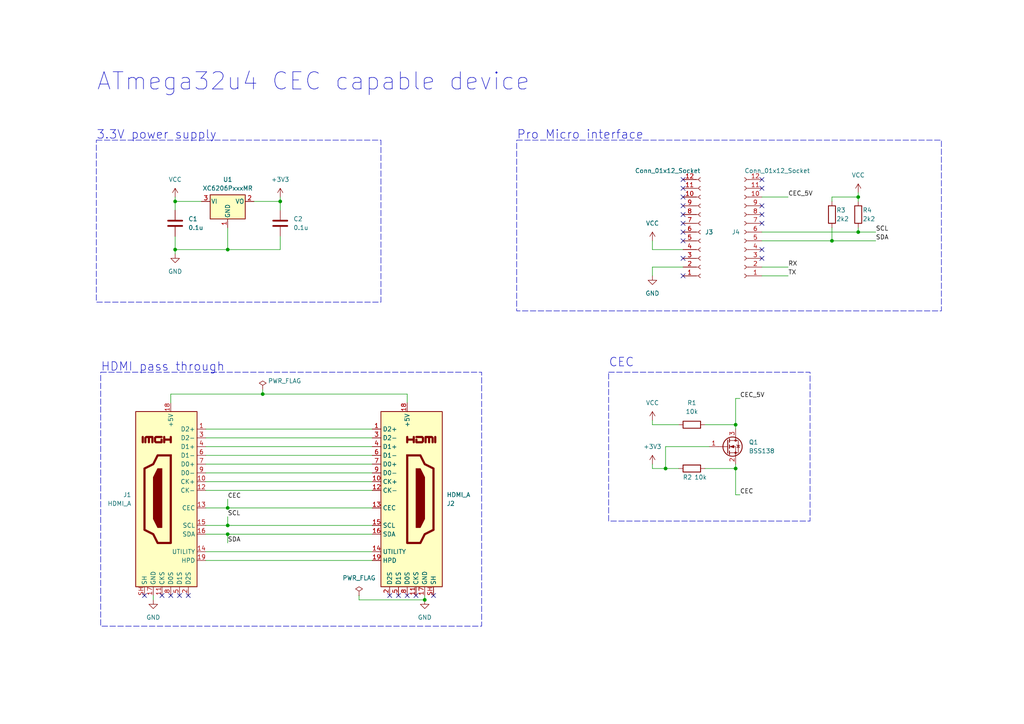
<source format=kicad_sch>
(kicad_sch (version 20230121) (generator eeschema)
  (paper "A4")
  (title_block (title "ATmega32u4 CEC capable device") (date "2024-03-19") (rev "0.1"))
  (lib_symbols
    (symbol "Connector:Conn_01x12_Socket" (pin_names (offset 1.016) hide)
      (property "Reference" "J" (at 0 15.24 0))
      (property "Value" "Conn_01x12_Socket" (at 0 -17.78 0))
      (symbol "Conn_01x12_Socket_1_1"
        (arc (start 0 -14.732) (mid -0.5058 -15.24) (end 0 -15.748) (stroke (width 0.1524)))
        (arc (start 0 -12.192) (mid -0.5058 -12.7) (end 0 -13.208) (stroke (width 0.1524)))
        (arc (start 0 -9.652) (mid -0.5058 -10.16) (end 0 -10.668) (stroke (width 0.1524)))
        (arc (start 0 -7.112) (mid -0.5058 -7.62) (end 0 -8.128) (stroke (width 0.1524)))
        (arc (start 0 -4.572) (mid -0.5058 -5.08) (end 0 -5.588) (stroke (width 0.1524)))
        (arc (start 0 -2.032) (mid -0.5058 -2.54) (end 0 -3.048) (stroke (width 0.1524)))
        (polyline (pts (xy -1.27 -15.24) (xy -0.508 -15.24)) (stroke (width 0.1524)))
        (polyline (pts (xy -1.27 -12.7) (xy -0.508 -12.7)) (stroke (width 0.1524)))
        (polyline (pts (xy -1.27 -10.16) (xy -0.508 -10.16)) (stroke (width 0.1524)))
        (polyline (pts (xy -1.27 -7.62) (xy -0.508 -7.62)) (stroke (width 0.1524)))
        (polyline (pts (xy -1.27 -5.08) (xy -0.508 -5.08)) (stroke (width 0.1524)))
        (polyline (pts (xy -1.27 -2.54) (xy -0.508 -2.54)) (stroke (width 0.1524)))
        (polyline (pts (xy -1.27 0) (xy -0.508 0)) (stroke (width 0.1524)))
        (polyline (pts (xy -1.27 2.54) (xy -0.508 2.54)) (stroke (width 0.1524)))
        (polyline (pts (xy -1.27 5.08) (xy -0.508 5.08)) (stroke (width 0.1524)))
        (polyline (pts (xy -1.27 7.62) (xy -0.508 7.62)) (stroke (width 0.1524)))
        (polyline (pts (xy -1.27 10.16) (xy -0.508 10.16)) (stroke (width 0.1524)))
        (polyline (pts (xy -1.27 12.7) (xy -0.508 12.7)) (stroke (width 0.1524)))
        (arc (start 0 0.508) (mid -0.5058 0) (end 0 -0.508) (stroke (width 0.1524)))
        (arc (start 0 3.048) (mid -0.5058 2.54) (end 0 2.032) (stroke (width 0.1524)))
        (arc (start 0 5.588) (mid -0.5058 5.08) (end 0 4.572) (stroke (width 0.1524)))
        (arc (start 0 8.128) (mid -0.5058 7.62) (end 0 7.112) (stroke (width 0.1524)))
        (arc (start 0 10.668) (mid -0.5058 10.16) (end 0 9.652) (stroke (width 0.1524)))
        (arc (start 0 13.208) (mid -0.5058 12.7) (end 0 12.192) (stroke (width 0.1524)))
        (pin passive line (at -5.08 12.7 0) (length 3.81) (name "Pin_1") (number "1"))
        (pin passive line (at -5.08 -10.16 0) (length 3.81) (name "Pin_10") (number "10"))
        (pin passive line (at -5.08 -12.7 0) (length 3.81) (name "Pin_11") (number "11"))
        (pin passive line (at -5.08 -15.24 0) (length 3.81) (name "Pin_12") (number "12"))
        (pin passive line (at -5.08 10.16 0) (length 3.81) (name "Pin_2") (number "2"))
        (pin passive line (at -5.08 7.62 0) (length 3.81) (name "Pin_3") (number "3"))
        (pin passive line (at -5.08 5.08 0) (length 3.81) (name "Pin_4") (number "4"))
        (pin passive line (at -5.08 2.54 0) (length 3.81) (name "Pin_5") (number "5"))
        (pin passive line (at -5.08 0 0) (length 3.81) (name "Pin_6") (number "6"))
        (pin passive line (at -5.08 -2.54 0) (length 3.81) (name "Pin_7") (number "7"))
        (pin passive line (at -5.08 -5.08 0) (length 3.81) (name "Pin_8") (number "8"))
        (pin passive line (at -5.08 -7.62 0) (length 3.81) (name "Pin_9") (number "9"))
      )
    )
    (symbol "Connector:HDMI_A"
      (property "Reference" "J" (at -6.35 26.67 0))
      (property "Value" "HDMI_A" (at 10.16 26.67 0))
      (symbol "HDMI_A_0_0"
        (polyline (pts (xy 8.128 16.51) (xy 8.128 18.034)) (stroke (width 0.635)))
        (polyline (pts (xy 0 16.51) (xy 0 18.034) (xy 0 17.272) (xy 1.905 17.272) (xy 1.905 18.034) (xy 1.905 16.51)) (stroke (width 0.635)))
        (polyline (pts (xy 2.667 18.034) (xy 4.318 18.034) (xy 4.572 17.78) (xy 4.572 16.764) (xy 4.318 16.51) (xy 2.667 16.51) (xy 2.667 17.272)) (stroke (width 0.635)))
      )
      (symbol "HDMI_A_0_1"
        (rectangle (start -7.62 25.4) (end 10.16 -25.4) (stroke (width 0.254)) (fill (type background)))
        (polyline (pts (xy 2.54 8.89) (xy 3.81 8.89) (xy 5.08 6.35) (xy 5.08 -5.715) (xy 3.81 -8.255) (xy 2.54 -8.255) (xy 2.54 8.89)) (fill (type outline)))
        (polyline (pts (xy 5.334 16.51) (xy 5.334 18.034) (xy 6.35 18.034) (xy 6.35 16.51) (xy 6.35 18.034) (xy 7.112 18.034) (xy 7.366 17.78) (xy 7.366 16.51)) (stroke (width 0.635)))
        (polyline (pts (xy 0 12.7) (xy 0 -12.7) (xy 3.81 -12.7) (xy 5.08 -10.16) (xy 7.62 -8.89) (xy 7.62 8.89) (xy 5.08 10.16) (xy 3.81 12.7) (xy 0 12.7)) (stroke (width 0.635)))
      )
      (symbol "HDMI_A_1_1"
        (pin passive line (at -10.16 20.32 0) (length 2.54) (name "D2+") (number "1"))
        (pin passive line (at -10.16 5.08 0) (length 2.54) (name "CK+") (number "10"))
        (pin power_in line (at 2.54 -27.94 90) (length 2.54) (name "CKS") (number "11"))
        (pin passive line (at -10.16 2.54 0) (length 2.54) (name "CK-") (number "12"))
        (pin bidirectional line (at -10.16 -2.54 0) (length 2.54) (name "CEC") (number "13"))
        (pin passive line (at -10.16 -15.24 0) (length 2.54) (name "UTILITY") (number "14"))
        (pin passive line (at -10.16 -7.62 0) (length 2.54) (name "SCL") (number "15"))
        (pin bidirectional line (at -10.16 -10.16 0) (length 2.54) (name "SDA") (number "16"))
        (pin power_in line (at 5.08 -27.94 90) (length 2.54) (name "GND") (number "17"))
        (pin power_in line (at 0 27.94 270) (length 2.54) (name "+5V") (number "18"))
        (pin passive line (at -10.16 -17.78 0) (length 2.54) (name "HPD") (number "19"))
        (pin power_in line (at -5.08 -27.94 90) (length 2.54) (name "D2S") (number "2"))
        (pin passive line (at -10.16 17.78 0) (length 2.54) (name "D2-") (number "3"))
        (pin passive line (at -10.16 15.24 0) (length 2.54) (name "D1+") (number "4"))
        (pin power_in line (at -2.54 -27.94 90) (length 2.54) (name "D1S") (number "5"))
        (pin passive line (at -10.16 12.7 0) (length 2.54) (name "D1-") (number "6"))
        (pin passive line (at -10.16 10.16 0) (length 2.54) (name "D0+") (number "7"))
        (pin power_in line (at 0 -27.94 90) (length 2.54) (name "D0S") (number "8"))
        (pin passive line (at -10.16 7.62 0) (length 2.54) (name "D0-") (number "9"))
        (pin passive line (at 7.62 -27.94 90) (length 2.54) (name "SH") (number "SH"))
      )
    )
    (symbol "Device:C" (pin_numbers hide) (pin_names (offset 0.254))
      (property "Reference" "C" (at 0.635 2.54 0))
      (property "Value" "C" (at 0.635 -2.54 0))
      (symbol "C_0_1"
        (polyline (pts (xy -2.032 -0.762) (xy 2.032 -0.762)) (stroke (width 0.508)))
        (polyline (pts (xy -2.032 0.762) (xy 2.032 0.762)) (stroke (width 0.508)))
      )
      (symbol "C_1_1"
        (pin passive line (at 0 3.81 270) (length 2.794) (name "~") (number "1"))
        (pin passive line (at 0 -3.81 90) (length 2.794) (name "~") (number "2"))
      )
    )
    (symbol "Device:R" (pin_numbers hide) (pin_names (offset 0))
      (property "Reference" "R" (at 2.032 0 90))
      (property "Value" "R" (at 0 0 90))
      (symbol "R_0_1"
        (rectangle (start -1.016 -2.54) (end 1.016 2.54) (stroke (width 0.254)))
      )
      (symbol "R_1_1"
        (pin passive line (at 0 3.81 270) (length 1.27) (name "~") (number "1"))
        (pin passive line (at 0 -3.81 90) (length 1.27) (name "~") (number "2"))
      )
    )
    (symbol "Regulator_Linear:XC6206PxxxMR" (pin_names (offset 0.254))
      (property "Reference" "U" (at -3.81 3.175 0))
      (property "Value" "XC6206PxxxMR" (at 0 3.175 0))
      (symbol "XC6206PxxxMR_0_1"
        (rectangle (start -5.08 1.905) (end 5.08 -5.08) (stroke (width 0.254)) (fill (type background)))
      )
      (symbol "XC6206PxxxMR_1_1"
        (pin power_in line (at 0 -7.62 90) (length 2.54) (name "GND") (number "1"))
        (pin power_out line (at 7.62 0 180) (length 2.54) (name "VO") (number "2"))
        (pin power_in line (at -7.62 0 0) (length 2.54) (name "VI") (number "3"))
      )
    )
    (symbol "Transistor_FET:BSS138" (pin_names hide)
      (property "Reference" "Q" (at 5.08 1.905 0))
      (property "Value" "BSS138" (at 5.08 0 0))
      (symbol "BSS138_0_1"
        (polyline (pts (xy 0.254 0) (xy -2.54 0)))
        (polyline (pts (xy 0.254 1.905) (xy 0.254 -1.905)) (stroke (width 0.254)))
        (polyline (pts (xy 0.762 -1.27) (xy 0.762 -2.286)) (stroke (width 0.254)))
        (polyline (pts (xy 0.762 0.508) (xy 0.762 -0.508)) (stroke (width 0.254)))
        (polyline (pts (xy 0.762 2.286) (xy 0.762 1.27)) (stroke (width 0.254)))
        (polyline (pts (xy 2.54 2.54) (xy 2.54 1.778)))
        (polyline (pts (xy 2.54 -2.54) (xy 2.54 0) (xy 0.762 0)))
        (polyline (pts (xy 0.762 -1.778) (xy 3.302 -1.778) (xy 3.302 1.778) (xy 0.762 1.778)))
        (polyline (pts (xy 1.016 0) (xy 2.032 0.381) (xy 2.032 -0.381) (xy 1.016 0)) (fill (type outline)))
        (polyline (pts (xy 2.794 0.508) (xy 2.921 0.381) (xy 3.683 0.381) (xy 3.81 0.254)))
        (polyline (pts (xy 3.302 0.381) (xy 2.921 -0.254) (xy 3.683 -0.254) (xy 3.302 0.381)))
        (circle (center 1.651 0) (radius 2.794) (stroke (width 0.254)))
        (circle (center 2.54 -1.778) (radius 0.254) (fill (type outline)))
        (circle (center 2.54 1.778) (radius 0.254) (fill (type outline)))
      )
      (symbol "BSS138_1_1"
        (pin input line (at -5.08 0 0) (length 2.54) (name "G") (number "1"))
        (pin passive line (at 2.54 -5.08 90) (length 2.54) (name "S") (number "2"))
        (pin passive line (at 2.54 5.08 270) (length 2.54) (name "D") (number "3"))
      )
    )
    (symbol "power:+3V3" (power) (pin_names (offset 0))
      (property "Value" "+3V3" (at 0 3.556 0))
      (symbol "+3V3_0_1"
        (polyline (pts (xy -0.762 1.27) (xy 0 2.54)))
        (polyline (pts (xy 0 0) (xy 0 2.54)))
        (polyline (pts (xy 0 2.54) (xy 0.762 1.27)))
      )
      (symbol "+3V3_1_1"
        (pin power_in line (at 0 0 90) (length 0) hide (name "+3V3") (number "1"))
      )
    )
    (symbol "power:GND" (power) (pin_names (offset 0))
      (property "Value" "GND" (at 0 -3.81 0))
      (symbol "GND_0_1"
        (polyline (pts (xy 0 0) (xy 0 -1.27) (xy 1.27 -1.27) (xy 0 -2.54) (xy -1.27 -1.27) (xy 0 -1.27)))
      )
      (symbol "GND_1_1"
        (pin power_in line (at 0 0 270) (length 0) hide (name "GND") (number "1"))
      )
    )
    (symbol "power:PWR_FLAG" (power) (pin_numbers hide) (pin_names (offset 0) hide)
      (property "Value" "PWR_FLAG" (at 0 3.81 0))
      (symbol "PWR_FLAG_0_0"
        (pin power_out line (at 0 0 90) (length 0) (name "pwr") (number "1"))
      )
      (symbol "PWR_FLAG_0_1"
        (polyline (pts (xy 0 0) (xy 0 1.27) (xy -1.016 1.905) (xy 0 2.54) (xy 1.016 1.905) (xy 0 1.27)))
      )
    )
    (symbol "power:VCC" (power) (pin_names (offset 0))
      (property "Value" "VCC" (at 0 3.81 0))
      (symbol "VCC_0_1"
        (polyline (pts (xy -0.762 1.27) (xy 0 2.54)))
        (polyline (pts (xy 0 0) (xy 0 2.54)))
        (polyline (pts (xy 0 2.54) (xy 0.762 1.27)))
      )
      (symbol "VCC_1_1"
        (pin power_in line (at 0 0 90) (length 0) hide (name "VCC") (number "1"))
      )
    )
  )
  (junction (at 66.04 154.94))
  (junction (at 241.3 69.85))
  (junction (at 193.04 135.89))
  (junction (at 66.04 147.32))
  (junction (at 213.36 135.89))
  (junction (at 123.19 173.99))
  (junction (at 66.04 72.39))
  (junction (at 50.8 58.42))
  (junction (at 76.2 114.3))
  (junction (at 81.28 58.42))
  (junction (at 50.8 72.39))
  (junction (at 248.92 57.15))
  (junction (at 248.92 67.31))
  (junction (at 213.36 123.19))
  (junction (at 66.04 152.4))
  (no_connect (at 198.12 62.23))
  (no_connect (at 198.12 80.01))
  (no_connect (at 52.07 172.72))
  (no_connect (at 198.12 67.31))
  (no_connect (at 198.12 74.93))
  (no_connect (at 54.61 172.72))
  (no_connect (at 198.12 54.61))
  (no_connect (at 41.91 172.72))
  (no_connect (at 220.98 54.61))
  (no_connect (at 220.98 52.07))
  (no_connect (at 198.12 69.85))
  (no_connect (at 220.98 59.69))
  (no_connect (at 125.73 172.72))
  (no_connect (at 115.57 172.72))
  (no_connect (at 220.98 72.39))
  (no_connect (at 198.12 57.15))
  (no_connect (at 220.98 64.77))
  (no_connect (at 220.98 74.93))
  (no_connect (at 198.12 64.77))
  (no_connect (at 113.03 172.72))
  (no_connect (at 198.12 52.07))
  (no_connect (at 49.53 172.72))
  (no_connect (at 120.65 172.72))
  (no_connect (at 220.98 62.23))
  (no_connect (at 198.12 59.69))
  (no_connect (at 118.11 172.72))
  (no_connect (at 46.99 172.72))
  (wire (pts (xy 220.98 77.47) (xy 228.6 77.47)))
  (wire (pts (xy 213.36 123.19) (xy 213.36 124.46)))
  (wire (pts (xy 59.69 154.94) (xy 66.04 154.94)))
  (wire (pts (xy 104.14 172.72) (xy 104.14 173.99)))
  (wire (pts (xy 66.04 147.32) (xy 107.95 147.32)))
  (wire (pts (xy 213.36 135.89) (xy 213.36 143.51)))
  (wire (pts (xy 189.23 134.62) (xy 189.23 135.89)))
  (wire (pts (xy 248.92 66.04) (xy 248.92 67.31)))
  (wire (pts (xy 50.8 68.58) (xy 50.8 72.39)))
  (wire (pts (xy 123.19 172.72) (xy 123.19 173.99)))
  (wire (pts (xy 213.36 143.51) (xy 214.63 143.51)))
  (wire (pts (xy 44.45 172.72) (xy 44.45 173.99)))
  (wire (pts (xy 193.04 129.54) (xy 193.04 135.89)))
  (wire (pts (xy 241.3 69.85) (xy 254 69.85)))
  (wire (pts (xy 118.11 114.3) (xy 118.11 116.84)))
  (wire (pts (xy 204.47 135.89) (xy 213.36 135.89)))
  (wire (pts (xy 59.69 160.02) (xy 107.95 160.02)))
  (wire (pts (xy 50.8 58.42) (xy 50.8 60.96)))
  (wire (pts (xy 214.63 115.57) (xy 213.36 115.57)))
  (wire (pts (xy 66.04 152.4) (xy 107.95 152.4)))
  (wire (pts (xy 241.3 66.04) (xy 241.3 69.85)))
  (wire (pts (xy 59.69 152.4) (xy 66.04 152.4)))
  (wire (pts (xy 59.69 134.62) (xy 107.95 134.62)))
  (wire (pts (xy 58.42 58.42) (xy 50.8 58.42)))
  (wire (pts (xy 189.23 123.19) (xy 189.23 121.92)))
  (wire (pts (xy 213.36 115.57) (xy 213.36 123.19)))
  (wire (pts (xy 76.2 113.03) (xy 76.2 114.3)))
  (wire (pts (xy 59.69 147.32) (xy 66.04 147.32)))
  (wire (pts (xy 189.23 80.01) (xy 189.23 77.47)))
  (wire (pts (xy 220.98 57.15) (xy 228.6 57.15)))
  (wire (pts (xy 220.98 69.85) (xy 241.3 69.85)))
  (wire (pts (xy 189.23 135.89) (xy 193.04 135.89)))
  (wire (pts (xy 66.04 66.04) (xy 66.04 72.39)))
  (wire (pts (xy 66.04 144.78) (xy 66.04 147.32)))
  (wire (pts (xy 59.69 162.56) (xy 107.95 162.56)))
  (wire (pts (xy 241.3 57.15) (xy 241.3 58.42)))
  (wire (pts (xy 220.98 80.01) (xy 228.6 80.01)))
  (wire (pts (xy 76.2 114.3) (xy 118.11 114.3)))
  (wire (pts (xy 66.04 72.39) (xy 50.8 72.39)))
  (wire (pts (xy 189.23 77.47) (xy 198.12 77.47)))
  (wire (pts (xy 193.04 135.89) (xy 196.85 135.89)))
  (wire (pts (xy 81.28 72.39) (xy 66.04 72.39)))
  (wire (pts (xy 50.8 72.39) (xy 50.8 73.66)))
  (wire (pts (xy 81.28 58.42) (xy 81.28 60.96)))
  (wire (pts (xy 248.92 67.31) (xy 254 67.31)))
  (wire (pts (xy 50.8 57.15) (xy 50.8 58.42)))
  (wire (pts (xy 189.23 69.85) (xy 189.23 72.39)))
  (wire (pts (xy 59.69 124.46) (xy 107.95 124.46)))
  (wire (pts (xy 59.69 127) (xy 107.95 127)))
  (wire (pts (xy 66.04 154.94) (xy 66.04 157.48)))
  (wire (pts (xy 248.92 55.88) (xy 248.92 57.15)))
  (wire (pts (xy 49.53 114.3) (xy 76.2 114.3)))
  (wire (pts (xy 59.69 142.24) (xy 107.95 142.24)))
  (wire (pts (xy 205.74 129.54) (xy 193.04 129.54)))
  (wire (pts (xy 59.69 132.08) (xy 107.95 132.08)))
  (wire (pts (xy 189.23 72.39) (xy 198.12 72.39)))
  (wire (pts (xy 213.36 135.89) (xy 213.36 134.62)))
  (wire (pts (xy 204.47 123.19) (xy 213.36 123.19)))
  (wire (pts (xy 189.23 123.19) (xy 196.85 123.19)))
  (wire (pts (xy 49.53 116.84) (xy 49.53 114.3)))
  (wire (pts (xy 66.04 154.94) (xy 107.95 154.94)))
  (wire (pts (xy 59.69 129.54) (xy 107.95 129.54)))
  (wire (pts (xy 59.69 137.16) (xy 107.95 137.16)))
  (wire (pts (xy 248.92 58.42) (xy 248.92 57.15)))
  (wire (pts (xy 66.04 149.86) (xy 66.04 152.4)))
  (wire (pts (xy 59.69 139.7) (xy 107.95 139.7)))
  (wire (pts (xy 248.92 57.15) (xy 241.3 57.15)))
  (wire (pts (xy 81.28 68.58) (xy 81.28 72.39)))
  (wire (pts (xy 81.28 57.15) (xy 81.28 58.42)))
  (wire (pts (xy 220.98 67.31) (xy 248.92 67.31)))
  (wire (pts (xy 104.14 173.99) (xy 123.19 173.99)))
  (wire (pts (xy 73.66 58.42) (xy 81.28 58.42)))
  (rectangle (start 29.21 107.95) (end 139.7 181.61) (stroke (width 0) (type dash)))
  (rectangle (start 27.94 40.64) (end 110.49 87.63) (stroke (width 0) (type dash)))
  (rectangle (start 149.86 40.64) (end 273.05 90.17) (stroke (width 0) (type dash)))
  (rectangle (start 176.53 107.95) (end 234.95 151.13) (stroke (width 0) (type dash)))
  (text "CEC\n" (at 176.53 106.68 0) (effects (font (size 2.5 2.5)) (justify left bottom)))
  (text "HDMI pass through" (at 29.21 107.95 0) (effects (font (size 2.5 2.5)) (justify left bottom)))
  (text "Pro Micro interface" (at 149.86 40.64 0) (effects (font (size 2.5 2.5)) (justify left bottom)))
  (text "ATmega32u4 CEC capable device" (at 27.94 26.67 0) (effects (font (size 5 5)) (justify left bottom)))
  (text "3.3V power supply" (at 27.94 40.64 0) (effects (font (size 2.5 2.5)) (justify left bottom)))
  (label "RX" (at 228.6 77.47 0))
  (label "SCL" (at 254 67.31 0))
  (label "TX" (at 228.6 80.01 0))
  (label "CEC" (at 214.63 143.51 0))
  (label "SCL" (at 66.04 149.86 0))
  (label "CEC_5V" (at 214.63 115.57 0))
  (label "SDA" (at 254 69.85 0))
  (label "SDA" (at 66.04 157.48 0))
  (label "CEC" (at 66.04 144.78 0))
  (label "CEC_5V" (at 228.6 57.15 0))
  (symbol (lib_id "Device:R") (at 241.3 62.23 180) (unit 1)
    (property "Reference" "R3" (at 242.57 60.96 0) (effects (justify right)))
    (property "Value" "2k2" (at 242.57 63.5 0) (effects (justify right)))
  )
  (symbol (lib_id "power:GND") (at 189.23 80.01 0) (unit 1)
    (property "Reference" "#PWR03" (effects hide))
    (property "Value" "GND" (at 189.23 85.09 0))
  )
  (symbol (lib_id "power:VCC") (at 189.23 121.92 0) (unit 1)
    (property "Reference" "#PWR09" (effects hide))
    (property "Value" "VCC" (at 189.23 116.84 0))
  )
  (symbol (lib_id "Connector:Conn_01x12_Socket") (at 215.9 67.31 180) (unit 1)
    (property "Reference" "J4" (at 214.63 67.31 0) (effects (justify left)))
    (property "Value" "Conn_01x12_Socket" (at 234.95 49.53 0) (effects (justify left)))
    (property "Footprint" "Connector_PinSocket_2.54mm:PinSocket_1x12_P2.54mm_Vertical" (effects hide))
  )
  (symbol (lib_id "Device:R") (at 200.66 123.19 90) (unit 1)
    (property "Reference" "R1" (at 200.66 116.84 90))
    (property "Value" "10k" (at 200.66 119.38 90))
  )
  (symbol (lib_id "power:GND") (at 44.45 173.99 0) (unit 1)
    (property "Reference" "#PWR01" (effects hide))
    (property "Value" "GND" (at 44.45 179.07 0))
  )
  (symbol (lib_id "power:GND") (at 123.19 173.99 0) (unit 1)
    (property "Reference" "#PWR02" (effects hide))
    (property "Value" "GND" (at 123.19 179.07 0))
  )
  (symbol (lib_id "Regulator_Linear:XC6206PxxxMR") (at 66.04 58.42 0) (unit 1)
    (property "Reference" "U1" (at 66.04 52.07 0))
    (property "Value" "XC6206PxxxMR" (at 66.04 54.61 0))
    (property "Footprint" "Package_TO_SOT_SMD:SOT-23-3" (effects hide))
    (property "Datasheet" "https://www.torexsemi.com/file/xc6206/XC6206.pdf" (effects hide))
  )
  (symbol (lib_id "Connector:HDMI_A") (at 49.53 144.78 0) (mirror y) (unit 1)
    (property "Reference" "J1" (at 38.1 143.51 0) (effects (justify left)))
    (property "Value" "HDMI_A" (at 38.1 146.05 0) (effects (justify left)))
    (property "Footprint" "Connector_HDMI:HDMI_A_Contact_Technology_HDMI-19APL2_Horizontal" (effects hide))
    (property "Datasheet" "https://en.wikipedia.org/wiki/HDMI" (effects hide))
  )
  (symbol (lib_id "Connector:Conn_01x12_Socket") (at 203.2 67.31 0) (mirror x) (unit 1)
    (property "Reference" "J3" (at 204.47 67.31 0) (effects (justify left)))
    (property "Value" "Conn_01x12_Socket" (at 184.15 49.53 0) (effects (justify left)))
    (property "Footprint" "Connector_PinSocket_2.54mm:PinSocket_1x12_P2.54mm_Vertical" (effects hide))
  )
  (symbol (lib_id "Device:C") (at 50.8 64.77 0) (unit 1)
    (property "Reference" "C1" (at 54.61 63.5 0) (effects (justify left)))
    (property "Value" "0.1u" (at 54.61 66.04 0) (effects (justify left)))
  )
  (symbol (lib_id "power:PWR_FLAG") (at 76.2 113.03 0) (unit 1)
    (property "Reference" "#FLG01" (effects hide))
    (property "Value" "PWR_FLAG" (at 82.55 110.49 0))
  )
  (symbol (lib_id "Device:C") (at 81.28 64.77 0) (unit 1)
    (property "Reference" "C2" (at 85.09 63.5 0) (effects (justify left)))
    (property "Value" "0.1u" (at 85.09 66.04 0) (effects (justify left)))
  )
  (symbol (lib_id "power:VCC") (at 189.23 69.85 0) (unit 1)
    (property "Reference" "#PWR04" (effects hide))
    (property "Value" "VCC" (at 189.23 64.77 0))
  )
  (symbol (lib_id "power:PWR_FLAG") (at 104.14 172.72 0) (unit 1)
    (property "Reference" "#FLG02" (effects hide))
    (property "Value" "PWR_FLAG" (at 104.14 167.64 0))
  )
  (symbol (lib_id "Connector:HDMI_A") (at 118.11 144.78 0) (unit 1)
    (property "Reference" "J2" (at 129.54 146.05 0) (effects (justify left)))
    (property "Value" "HDMI_A" (at 129.54 143.51 0) (effects (justify left)))
    (property "Footprint" "Connector_HDMI:HDMI_A_Contact_Technology_HDMI-19APL2_Horizontal" (effects hide))
    (property "Datasheet" "https://en.wikipedia.org/wiki/HDMI" (effects hide))
  )
  (symbol (lib_id "Device:R") (at 248.92 62.23 180) (unit 1)
    (property "Reference" "R4" (at 250.19 60.96 0) (effects (justify right)))
    (property "Value" "2k2" (at 250.19 63.5 0) (effects (justify right)))
  )
  (symbol (lib_id "power:VCC") (at 248.92 55.88 0) (unit 1)
    (property "Reference" "#PWR010" (effects hide))
    (property "Value" "VCC" (at 248.92 50.8 0))
  )
  (symbol (lib_id "power:GND") (at 50.8 73.66 0) (unit 1)
    (property "Reference" "#PWR05" (effects hide))
    (property "Value" "GND" (at 50.8 78.74 0))
  )
  (symbol (lib_id "power:+3V3") (at 189.23 134.62 0) (unit 1)
    (property "Reference" "#PWR08" (effects hide))
    (property "Value" "+3V3" (at 189.23 129.54 0))
  )
  (symbol (lib_id "Transistor_FET:BSS138") (at 210.82 129.54 0) (unit 1)
    (property "Reference" "Q1" (at 217.17 128.27 0) (effects (justify left)))
    (property "Value" "BSS138" (at 217.17 130.81 0) (effects (justify left)))
    (property "Footprint" "Package_TO_SOT_SMD:SOT-23" (effects hide))
    (property "Datasheet" "https://www.onsemi.com/pub/Collateral/BSS138-D.PDF" (effects hide))
  )
  (symbol (lib_id "power:VCC") (at 50.8 57.15 0) (unit 1)
    (property "Reference" "#PWR06" (effects hide))
    (property "Value" "VCC" (at 50.8 52.07 0))
  )
  (symbol (lib_id "Device:R") (at 200.66 135.89 90) (unit 1)
    (property "Reference" "R2" (at 199.39 138.43 90))
    (property "Value" "10k" (at 203.2 138.43 90))
  )
  (symbol (lib_id "power:+3V3") (at 81.28 57.15 0) (unit 1)
    (property "Reference" "#PWR07" (effects hide))
    (property "Value" "+3V3" (at 81.28 52.07 0))
  )
)
</source>
